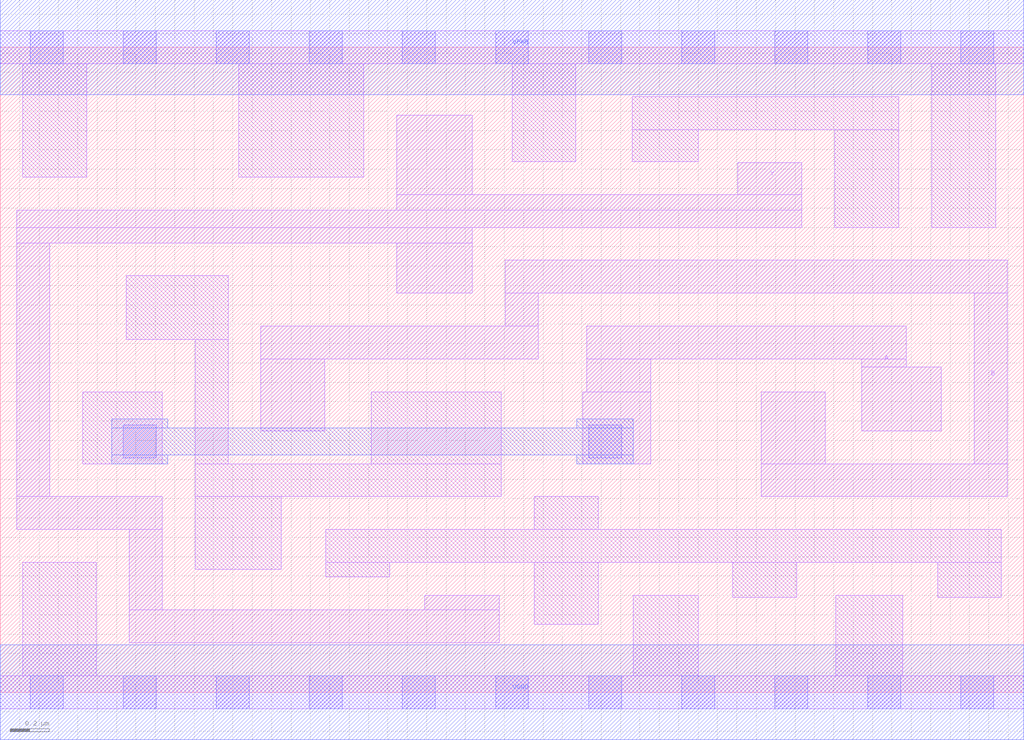
<source format=lef>
# Copyright 2020 The SkyWater PDK Authors
#
# Licensed under the Apache License, Version 2.0 (the "License");
# you may not use this file except in compliance with the License.
# You may obtain a copy of the License at
#
#     https://www.apache.org/licenses/LICENSE-2.0
#
# Unless required by applicable law or agreed to in writing, software
# distributed under the License is distributed on an "AS IS" BASIS,
# WITHOUT WARRANTIES OR CONDITIONS OF ANY KIND, either express or implied.
# See the License for the specific language governing permissions and
# limitations under the License.
#
# SPDX-License-Identifier: Apache-2.0

VERSION 5.5 ;
NAMESCASESENSITIVE ON ;
BUSBITCHARS "[]" ;
DIVIDERCHAR "/" ;
MACRO sky130_fd_sc_ls__xnor2_2
  CLASS CORE ;
  SOURCE USER ;
  ORIGIN  0.000000  0.000000 ;
  SIZE  5.280000 BY  3.330000 ;
  SYMMETRY X Y ;
  SITE unit ;
  PIN A
    ANTENNAPARTIALMETALSIDEAREA  2.107000 ;
    DIRECTION INPUT ;
    USE SIGNAL ;
    PORT
      LAYER li1 ;
        RECT 3.005000 1.180000 3.355000 1.550000 ;
        RECT 3.025000 1.550000 3.355000 1.720000 ;
        RECT 3.025000 1.720000 4.675000 1.890000 ;
        RECT 4.445000 1.350000 4.855000 1.680000 ;
        RECT 4.445000 1.680000 4.675000 1.720000 ;
    END
  END A
  PIN B
    ANTENNAGATEAREA  0.819000 ;
    DIRECTION INPUT ;
    USE SIGNAL ;
    PORT
      LAYER li1 ;
        RECT 1.345000 1.350000 1.675000 1.720000 ;
        RECT 1.345000 1.720000 2.775000 1.890000 ;
        RECT 2.605000 1.890000 2.775000 2.060000 ;
        RECT 2.605000 2.060000 5.195000 2.230000 ;
        RECT 3.925000 1.010000 5.195000 1.180000 ;
        RECT 3.925000 1.180000 4.255000 1.550000 ;
        RECT 5.025000 1.180000 5.195000 2.060000 ;
    END
  END B
  PIN Y
    ANTENNADIFFAREA  1.072800 ;
    DIRECTION OUTPUT ;
    USE SIGNAL ;
    PORT
      LAYER li1 ;
        RECT 0.085000 0.840000 0.835000 1.010000 ;
        RECT 0.085000 1.010000 0.255000 2.320000 ;
        RECT 0.085000 2.320000 2.435000 2.400000 ;
        RECT 0.085000 2.400000 4.135000 2.490000 ;
        RECT 0.665000 0.255000 2.575000 0.425000 ;
        RECT 0.665000 0.425000 0.835000 0.840000 ;
        RECT 2.045000 2.060000 2.435000 2.320000 ;
        RECT 2.045000 2.490000 4.135000 2.570000 ;
        RECT 2.045000 2.570000 2.435000 2.980000 ;
        RECT 2.190000 0.425000 2.575000 0.500000 ;
        RECT 3.805000 2.570000 4.135000 2.735000 ;
    END
  END Y
  PIN VGND
    DIRECTION INOUT ;
    SHAPE ABUTMENT ;
    USE GROUND ;
    PORT
      LAYER met1 ;
        RECT 0.000000 -0.245000 5.280000 0.245000 ;
    END
  END VGND
  PIN VNB
    DIRECTION INOUT ;
    USE GROUND ;
    PORT
    END
  END VNB
  PIN VPB
    DIRECTION INOUT ;
    USE POWER ;
    PORT
    END
  END VPB
  PIN VPWR
    DIRECTION INOUT ;
    SHAPE ABUTMENT ;
    USE POWER ;
    PORT
      LAYER met1 ;
        RECT 0.000000 3.085000 5.280000 3.575000 ;
    END
  END VPWR
  OBS
    LAYER li1 ;
      RECT 0.000000 -0.085000 5.280000 0.085000 ;
      RECT 0.000000  3.245000 5.280000 3.415000 ;
      RECT 0.115000  0.085000 0.495000 0.670000 ;
      RECT 0.115000  2.660000 0.445000 3.245000 ;
      RECT 0.425000  1.180000 0.835000 1.550000 ;
      RECT 0.650000  1.820000 1.175000 2.150000 ;
      RECT 1.005000  0.635000 1.450000 1.010000 ;
      RECT 1.005000  1.010000 2.585000 1.180000 ;
      RECT 1.005000  1.180000 1.175000 1.820000 ;
      RECT 1.230000  2.660000 1.875000 3.245000 ;
      RECT 1.680000  0.595000 2.010000 0.670000 ;
      RECT 1.680000  0.670000 5.165000 0.840000 ;
      RECT 1.915000  1.180000 2.585000 1.550000 ;
      RECT 2.640000  2.740000 2.970000 3.245000 ;
      RECT 2.755000  0.350000 3.085000 0.670000 ;
      RECT 2.755000  0.840000 3.085000 1.010000 ;
      RECT 3.260000  2.740000 3.600000 2.905000 ;
      RECT 3.260000  2.905000 4.635000 3.075000 ;
      RECT 3.265000  0.085000 3.600000 0.500000 ;
      RECT 3.780000  0.490000 4.110000 0.670000 ;
      RECT 4.305000  2.400000 4.635000 2.905000 ;
      RECT 4.310000  0.085000 4.655000 0.500000 ;
      RECT 4.805000  2.400000 5.135000 3.245000 ;
      RECT 4.835000  0.490000 5.165000 0.670000 ;
    LAYER mcon ;
      RECT 0.155000 -0.085000 0.325000 0.085000 ;
      RECT 0.155000  3.245000 0.325000 3.415000 ;
      RECT 0.635000 -0.085000 0.805000 0.085000 ;
      RECT 0.635000  1.210000 0.805000 1.380000 ;
      RECT 0.635000  3.245000 0.805000 3.415000 ;
      RECT 1.115000 -0.085000 1.285000 0.085000 ;
      RECT 1.115000  3.245000 1.285000 3.415000 ;
      RECT 1.595000 -0.085000 1.765000 0.085000 ;
      RECT 1.595000  3.245000 1.765000 3.415000 ;
      RECT 2.075000 -0.085000 2.245000 0.085000 ;
      RECT 2.075000  3.245000 2.245000 3.415000 ;
      RECT 2.555000 -0.085000 2.725000 0.085000 ;
      RECT 2.555000  3.245000 2.725000 3.415000 ;
      RECT 3.035000 -0.085000 3.205000 0.085000 ;
      RECT 3.035000  1.210000 3.205000 1.380000 ;
      RECT 3.035000  3.245000 3.205000 3.415000 ;
      RECT 3.515000 -0.085000 3.685000 0.085000 ;
      RECT 3.515000  3.245000 3.685000 3.415000 ;
      RECT 3.995000 -0.085000 4.165000 0.085000 ;
      RECT 3.995000  3.245000 4.165000 3.415000 ;
      RECT 4.475000 -0.085000 4.645000 0.085000 ;
      RECT 4.475000  3.245000 4.645000 3.415000 ;
      RECT 4.955000 -0.085000 5.125000 0.085000 ;
      RECT 4.955000  3.245000 5.125000 3.415000 ;
    LAYER met1 ;
      RECT 0.575000 1.180000 0.865000 1.225000 ;
      RECT 0.575000 1.225000 3.265000 1.365000 ;
      RECT 0.575000 1.365000 0.865000 1.410000 ;
      RECT 2.975000 1.180000 3.265000 1.225000 ;
      RECT 2.975000 1.365000 3.265000 1.410000 ;
  END
END sky130_fd_sc_ls__xnor2_2
END LIBRARY

</source>
